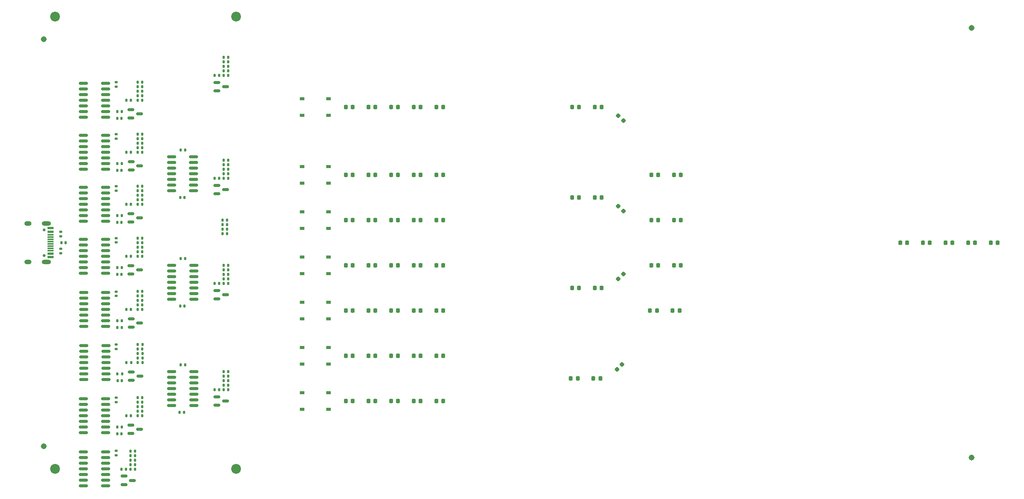
<source format=gbr>
%TF.GenerationSoftware,KiCad,Pcbnew,(6.0.9)*%
%TF.CreationDate,2022-11-25T00:28:20+02:00*%
%TF.ProjectId,maru-logic,6d617275-2d6c-46f6-9769-632e6b696361,rev?*%
%TF.SameCoordinates,Original*%
%TF.FileFunction,Soldermask,Top*%
%TF.FilePolarity,Negative*%
%FSLAX46Y46*%
G04 Gerber Fmt 4.6, Leading zero omitted, Abs format (unit mm)*
G04 Created by KiCad (PCBNEW (6.0.9)) date 2022-11-25 00:28:20*
%MOMM*%
%LPD*%
G01*
G04 APERTURE LIST*
G04 Aperture macros list*
%AMRoundRect*
0 Rectangle with rounded corners*
0 $1 Rounding radius*
0 $2 $3 $4 $5 $6 $7 $8 $9 X,Y pos of 4 corners*
0 Add a 4 corners polygon primitive as box body*
4,1,4,$2,$3,$4,$5,$6,$7,$8,$9,$2,$3,0*
0 Add four circle primitives for the rounded corners*
1,1,$1+$1,$2,$3*
1,1,$1+$1,$4,$5*
1,1,$1+$1,$6,$7*
1,1,$1+$1,$8,$9*
0 Add four rect primitives between the rounded corners*
20,1,$1+$1,$2,$3,$4,$5,0*
20,1,$1+$1,$4,$5,$6,$7,0*
20,1,$1+$1,$6,$7,$8,$9,0*
20,1,$1+$1,$8,$9,$2,$3,0*%
G04 Aperture macros list end*
%ADD10C,1.310000*%
%ADD11RoundRect,0.218750X-0.218750X-0.256250X0.218750X-0.256250X0.218750X0.256250X-0.218750X0.256250X0*%
%ADD12RoundRect,0.218750X-0.335876X-0.026517X-0.026517X-0.335876X0.335876X0.026517X0.026517X0.335876X0*%
%ADD13RoundRect,0.218750X0.026517X-0.335876X0.335876X-0.026517X-0.026517X0.335876X-0.335876X0.026517X0*%
%ADD14RoundRect,0.135000X0.135000X0.185000X-0.135000X0.185000X-0.135000X-0.185000X0.135000X-0.185000X0*%
%ADD15RoundRect,0.140000X-0.140000X-0.170000X0.140000X-0.170000X0.140000X0.170000X-0.140000X0.170000X0*%
%ADD16RoundRect,0.150000X-0.587500X-0.150000X0.587500X-0.150000X0.587500X0.150000X-0.587500X0.150000X0*%
%ADD17R,1.000000X0.750000*%
%ADD18C,0.650000*%
%ADD19R,1.450000X0.600000*%
%ADD20R,1.450000X0.300000*%
%ADD21O,1.600000X1.000000*%
%ADD22O,2.100000X1.000000*%
%ADD23RoundRect,0.140000X0.140000X0.170000X-0.140000X0.170000X-0.140000X-0.170000X0.140000X-0.170000X0*%
%ADD24RoundRect,0.150000X-0.825000X-0.150000X0.825000X-0.150000X0.825000X0.150000X-0.825000X0.150000X0*%
%ADD25RoundRect,0.135000X-0.135000X-0.185000X0.135000X-0.185000X0.135000X0.185000X-0.135000X0.185000X0*%
%ADD26C,2.200000*%
%ADD27RoundRect,0.140000X-0.170000X0.140000X-0.170000X-0.140000X0.170000X-0.140000X0.170000X0.140000X0*%
%ADD28RoundRect,0.135000X0.185000X-0.135000X0.185000X0.135000X-0.185000X0.135000X-0.185000X-0.135000X0*%
%ADD29RoundRect,0.135000X-0.185000X0.135000X-0.185000X-0.135000X0.185000X-0.135000X0.185000X0.135000X0*%
G04 APERTURE END LIST*
D10*
%TO.C,H6*%
X48260000Y-20320000D03*
%TD*%
%TO.C,H5*%
X256540000Y-17780000D03*
%TD*%
%TO.C,H2*%
X48260000Y-111760000D03*
%TD*%
%TO.C,H1*%
X256540000Y-114300000D03*
%TD*%
D11*
%TO.C,D60*%
X136372500Y-81280000D03*
X137947500Y-81280000D03*
%TD*%
%TO.C,D59*%
X131292500Y-81280000D03*
X132867500Y-81280000D03*
%TD*%
%TO.C,D58*%
X126212500Y-81280000D03*
X127787500Y-81280000D03*
%TD*%
%TO.C,D57*%
X121132500Y-81280000D03*
X122707500Y-81280000D03*
%TD*%
%TO.C,D56*%
X116052500Y-81280000D03*
X117627500Y-81280000D03*
%TD*%
%TO.C,D55*%
X136372500Y-71120000D03*
X137947500Y-71120000D03*
%TD*%
%TO.C,D54*%
X131292500Y-71120000D03*
X132867500Y-71120000D03*
%TD*%
%TO.C,D53*%
X126212500Y-71120000D03*
X127787500Y-71120000D03*
%TD*%
%TO.C,D52*%
X121132500Y-71120000D03*
X122707500Y-71120000D03*
%TD*%
%TO.C,D51*%
X116052500Y-71120000D03*
X117627500Y-71120000D03*
%TD*%
%TO.C,D50*%
X136372500Y-60960000D03*
X137947500Y-60960000D03*
%TD*%
%TO.C,D49*%
X131292500Y-60960000D03*
X132867500Y-60960000D03*
%TD*%
%TO.C,D48*%
X126212500Y-60960000D03*
X127787500Y-60960000D03*
%TD*%
%TO.C,D47*%
X121132500Y-60960000D03*
X122707500Y-60960000D03*
%TD*%
%TO.C,D46*%
X116052500Y-60960000D03*
X117627500Y-60960000D03*
%TD*%
%TO.C,D45*%
X136372500Y-50800000D03*
X137947500Y-50800000D03*
%TD*%
%TO.C,D44*%
X131292500Y-50800000D03*
X132867500Y-50800000D03*
%TD*%
%TO.C,D43*%
X126212500Y-50800000D03*
X127787500Y-50800000D03*
%TD*%
%TO.C,D42*%
X121132500Y-50800000D03*
X122707500Y-50800000D03*
%TD*%
%TO.C,D41*%
X116052500Y-50800000D03*
X117627500Y-50800000D03*
%TD*%
%TO.C,D40*%
X136372500Y-101600000D03*
X137947500Y-101600000D03*
%TD*%
%TO.C,D39*%
X131292500Y-101600000D03*
X132867500Y-101600000D03*
%TD*%
%TO.C,D38*%
X126212500Y-101600000D03*
X127787500Y-101600000D03*
%TD*%
%TO.C,D37*%
X121132500Y-101600000D03*
X122707500Y-101600000D03*
%TD*%
%TO.C,D36*%
X116052500Y-101600000D03*
X117627500Y-101600000D03*
%TD*%
%TO.C,D35*%
X136372500Y-91440000D03*
X137947500Y-91440000D03*
%TD*%
%TO.C,D34*%
X131292500Y-91440000D03*
X132867500Y-91440000D03*
%TD*%
%TO.C,D33*%
X126212500Y-91440000D03*
X127787500Y-91440000D03*
%TD*%
%TO.C,D32*%
X121132500Y-91440000D03*
X122707500Y-91440000D03*
%TD*%
%TO.C,D31*%
X116052500Y-91440000D03*
X117627500Y-91440000D03*
%TD*%
%TO.C,D30*%
X136372500Y-35560000D03*
X137947500Y-35560000D03*
%TD*%
%TO.C,D29*%
X131292500Y-35560000D03*
X132867500Y-35560000D03*
%TD*%
%TO.C,D28*%
X126212500Y-35560000D03*
X127787500Y-35560000D03*
%TD*%
%TO.C,D27*%
X121132500Y-35560000D03*
X122707500Y-35560000D03*
%TD*%
%TO.C,D26*%
X116052500Y-35560000D03*
X117627500Y-35560000D03*
%TD*%
%TO.C,D25*%
X260832500Y-66040000D03*
X262407500Y-66040000D03*
%TD*%
%TO.C,D24*%
X255752500Y-66040000D03*
X257327500Y-66040000D03*
%TD*%
%TO.C,D23*%
X250672500Y-66040000D03*
X252247500Y-66040000D03*
%TD*%
%TO.C,D22*%
X245592500Y-66040000D03*
X247167500Y-66040000D03*
%TD*%
%TO.C,D21*%
X240512500Y-66040000D03*
X242087500Y-66040000D03*
%TD*%
%TO.C,D20*%
X189712500Y-50800000D03*
X191287500Y-50800000D03*
%TD*%
%TO.C,D19*%
X184632500Y-50800000D03*
X186207500Y-50800000D03*
%TD*%
D12*
%TO.C,D18*%
X177243153Y-37543153D03*
X178356847Y-38656847D03*
%TD*%
D11*
%TO.C,D17*%
X171932500Y-35560000D03*
X173507500Y-35560000D03*
%TD*%
%TO.C,D16*%
X166852500Y-35560000D03*
X168427500Y-35560000D03*
%TD*%
%TO.C,D15*%
X189712500Y-71120000D03*
X191287500Y-71120000D03*
%TD*%
%TO.C,D14*%
X184632500Y-71120000D03*
X186207500Y-71120000D03*
%TD*%
D13*
%TO.C,D13*%
X177243153Y-74216847D03*
X178356847Y-73103153D03*
%TD*%
D11*
%TO.C,D12*%
X171932500Y-76200000D03*
X173507500Y-76200000D03*
%TD*%
%TO.C,D11*%
X166852500Y-76200000D03*
X168427500Y-76200000D03*
%TD*%
%TO.C,D10*%
X189712500Y-60960000D03*
X191287500Y-60960000D03*
%TD*%
%TO.C,D9*%
X184632500Y-60960000D03*
X186207500Y-60960000D03*
%TD*%
D12*
%TO.C,D8*%
X177243153Y-57863153D03*
X178356847Y-58976847D03*
%TD*%
D11*
%TO.C,D7*%
X171932500Y-55880000D03*
X173507500Y-55880000D03*
%TD*%
%TO.C,D6*%
X166852500Y-55880000D03*
X168427500Y-55880000D03*
%TD*%
%TO.C,D5*%
X189433000Y-81280000D03*
X191008000Y-81280000D03*
%TD*%
%TO.C,D4*%
X184353000Y-81280000D03*
X185928000Y-81280000D03*
%TD*%
D13*
%TO.C,D3*%
X176963653Y-94536847D03*
X178077347Y-93423153D03*
%TD*%
D11*
%TO.C,D2*%
X171653000Y-96520000D03*
X173228000Y-96520000D03*
%TD*%
%TO.C,D1*%
X166573000Y-96520000D03*
X168148000Y-96520000D03*
%TD*%
D14*
%TO.C,R15*%
X89631000Y-98044000D03*
X88611000Y-98044000D03*
%TD*%
%TO.C,R56*%
X70325000Y-104902000D03*
X69305000Y-104902000D03*
%TD*%
D15*
%TO.C,C19*%
X64763000Y-108966000D03*
X65723000Y-108966000D03*
%TD*%
D14*
%TO.C,R30*%
X89629000Y-71120000D03*
X88609000Y-71120000D03*
%TD*%
D16*
%TO.C,Q11*%
X67861500Y-71186000D03*
X67861500Y-73086000D03*
X69736500Y-72136000D03*
%TD*%
D17*
%TO.C,SW1*%
X112220000Y-33685000D03*
X106220000Y-33685000D03*
X106220000Y-37435000D03*
X112220000Y-37435000D03*
%TD*%
D18*
%TO.C,J1*%
X48365000Y-68930000D03*
X48365000Y-63150000D03*
D19*
X49810000Y-62790000D03*
X49810000Y-63590000D03*
D20*
X49810000Y-64790000D03*
X49810000Y-65790000D03*
X49810000Y-66290000D03*
X49810000Y-67290000D03*
D19*
X49810000Y-68490000D03*
X49810000Y-69290000D03*
X49810000Y-69290000D03*
X49810000Y-68490000D03*
D20*
X49810000Y-67790000D03*
X49810000Y-66790000D03*
X49810000Y-65290000D03*
X49810000Y-64290000D03*
D19*
X49810000Y-63590000D03*
X49810000Y-62790000D03*
D21*
X44715000Y-70360000D03*
D22*
X48895000Y-70360000D03*
D21*
X44715000Y-61720000D03*
D22*
X48895000Y-61720000D03*
%TD*%
D14*
%TO.C,R27*%
X89629000Y-74168000D03*
X88609000Y-74168000D03*
%TD*%
%TO.C,R8*%
X65753000Y-107442000D03*
X64733000Y-107442000D03*
%TD*%
%TO.C,R64*%
X70327000Y-43688000D03*
X69307000Y-43688000D03*
%TD*%
D23*
%TO.C,C12*%
X79728000Y-104140000D03*
X78768000Y-104140000D03*
%TD*%
D24*
%TO.C,U4*%
X57175701Y-113034299D03*
X57175701Y-114304299D03*
X57175701Y-115574299D03*
X57175701Y-116844299D03*
X57175701Y-118114299D03*
X57175701Y-119384299D03*
X57175701Y-120654299D03*
X62125701Y-120654299D03*
X62125701Y-119384299D03*
X62125701Y-118114299D03*
X62125701Y-116844299D03*
X62125701Y-115574299D03*
X62125701Y-114304299D03*
X62125701Y-113034299D03*
%TD*%
D14*
%TO.C,R77*%
X70323000Y-66040000D03*
X69303000Y-66040000D03*
%TD*%
D25*
%TO.C,R49*%
X66843500Y-92964000D03*
X67863500Y-92964000D03*
%TD*%
D26*
%TO.C,H3*%
X50800000Y-15240000D03*
%TD*%
D14*
%TO.C,R62*%
X70327000Y-45720000D03*
X69307000Y-45720000D03*
%TD*%
%TO.C,R46*%
X70325000Y-32004000D03*
X69305000Y-32004000D03*
%TD*%
D27*
%TO.C,C9*%
X64516000Y-77018000D03*
X64516000Y-77978000D03*
%TD*%
D14*
%TO.C,R9*%
X65755000Y-48260000D03*
X64735000Y-48260000D03*
%TD*%
D15*
%TO.C,C18*%
X64841500Y-97028000D03*
X65801500Y-97028000D03*
%TD*%
D16*
%TO.C,Q3*%
X87165500Y-76774000D03*
X87165500Y-78674000D03*
X89040500Y-77724000D03*
%TD*%
D15*
%TO.C,C22*%
X64763000Y-73152000D03*
X65723000Y-73152000D03*
%TD*%
D14*
%TO.C,R50*%
X70403500Y-92964000D03*
X69383500Y-92964000D03*
%TD*%
D25*
%TO.C,R61*%
X66767000Y-45720000D03*
X67787000Y-45720000D03*
%TD*%
D14*
%TO.C,R24*%
X89629000Y-47498000D03*
X88609000Y-47498000D03*
%TD*%
%TO.C,R2*%
X89410000Y-62992000D03*
X88390000Y-62992000D03*
%TD*%
D28*
%TO.C,R5*%
X52070000Y-68455000D03*
X52070000Y-67435000D03*
%TD*%
D26*
%TO.C,H7*%
X91440000Y-15240000D03*
%TD*%
D14*
%TO.C,R80*%
X70357500Y-81026000D03*
X69337500Y-81026000D03*
%TD*%
D27*
%TO.C,C14*%
X64516000Y-112804000D03*
X64516000Y-113764000D03*
%TD*%
D14*
%TO.C,R54*%
X70403500Y-88900000D03*
X69383500Y-88900000D03*
%TD*%
%TO.C,R6*%
X65753000Y-36576000D03*
X64733000Y-36576000D03*
%TD*%
D25*
%TO.C,R1*%
X88390000Y-61976000D03*
X89410000Y-61976000D03*
%TD*%
D14*
%TO.C,R78*%
X70325000Y-65024000D03*
X69305000Y-65024000D03*
%TD*%
D27*
%TO.C,C5*%
X64516000Y-53368000D03*
X64516000Y-54328000D03*
%TD*%
D23*
%TO.C,C16*%
X79855000Y-80264000D03*
X78895000Y-80264000D03*
%TD*%
D14*
%TO.C,R28*%
X89629000Y-73152000D03*
X88609000Y-73152000D03*
%TD*%
%TO.C,R74*%
X70325000Y-69088000D03*
X69305000Y-69088000D03*
%TD*%
%TO.C,R58*%
X70325000Y-102870000D03*
X69305000Y-102870000D03*
%TD*%
%TO.C,R84*%
X70357500Y-76962000D03*
X69337500Y-76962000D03*
%TD*%
%TO.C,R45*%
X70325000Y-33020000D03*
X69305000Y-33020000D03*
%TD*%
%TO.C,R57*%
X70325000Y-103886000D03*
X69305000Y-103886000D03*
%TD*%
D16*
%TO.C,Q12*%
X67894000Y-83124000D03*
X67894000Y-85024000D03*
X69769000Y-84074000D03*
%TD*%
D14*
%TO.C,R20*%
X89629000Y-51562000D03*
X88609000Y-51562000D03*
%TD*%
D15*
%TO.C,C17*%
X64763000Y-38100000D03*
X65723000Y-38100000D03*
%TD*%
D25*
%TO.C,R67*%
X66765000Y-57404000D03*
X67785000Y-57404000D03*
%TD*%
D23*
%TO.C,C8*%
X79855000Y-55880000D03*
X78895000Y-55880000D03*
%TD*%
D14*
%TO.C,R51*%
X70403500Y-91948000D03*
X69383500Y-91948000D03*
%TD*%
D16*
%TO.C,Q1*%
X87165500Y-100650000D03*
X87165500Y-102550000D03*
X89040500Y-101600000D03*
%TD*%
D15*
%TO.C,C21*%
X64763000Y-61468000D03*
X65723000Y-61468000D03*
%TD*%
D14*
%TO.C,R42*%
X68718201Y-112846299D03*
X67698201Y-112846299D03*
%TD*%
D29*
%TO.C,R4*%
X52070000Y-63625000D03*
X52070000Y-64645000D03*
%TD*%
D17*
%TO.C,SW3*%
X106220000Y-99725000D03*
X112220000Y-99725000D03*
X112220000Y-103475000D03*
X106220000Y-103475000D03*
%TD*%
D24*
%TO.C,U9*%
X57180000Y-53594000D03*
X57180000Y-54864000D03*
X57180000Y-56134000D03*
X57180000Y-57404000D03*
X57180000Y-58674000D03*
X57180000Y-59944000D03*
X57180000Y-61214000D03*
X62130000Y-61214000D03*
X62130000Y-59944000D03*
X62130000Y-58674000D03*
X62130000Y-57404000D03*
X62130000Y-56134000D03*
X62130000Y-54864000D03*
X62130000Y-53594000D03*
%TD*%
D14*
%TO.C,R41*%
X68718201Y-113862299D03*
X67698201Y-113862299D03*
%TD*%
%TO.C,R39*%
X68718201Y-115894299D03*
X67698201Y-115894299D03*
%TD*%
%TO.C,R40*%
X68718201Y-114878299D03*
X67698201Y-114878299D03*
%TD*%
D23*
%TO.C,C11*%
X79982000Y-45212000D03*
X79022000Y-45212000D03*
%TD*%
D27*
%TO.C,C10*%
X64516000Y-88928000D03*
X64516000Y-89888000D03*
%TD*%
D17*
%TO.C,SW6*%
X112220000Y-69245000D03*
X106220000Y-69245000D03*
X112220000Y-72995000D03*
X106220000Y-72995000D03*
%TD*%
D14*
%TO.C,R11*%
X65753000Y-71628000D03*
X64733000Y-71628000D03*
%TD*%
D24*
%TO.C,U3*%
X76992000Y-94996000D03*
X76992000Y-96266000D03*
X76992000Y-97536000D03*
X76992000Y-98806000D03*
X76992000Y-100076000D03*
X76992000Y-101346000D03*
X76992000Y-102616000D03*
X81942000Y-102616000D03*
X81942000Y-101346000D03*
X81942000Y-100076000D03*
X81942000Y-98806000D03*
X81942000Y-97536000D03*
X81942000Y-96266000D03*
X81942000Y-94996000D03*
%TD*%
D14*
%TO.C,R72*%
X70325000Y-53340000D03*
X69305000Y-53340000D03*
%TD*%
%TO.C,R65*%
X70325000Y-42672000D03*
X69305000Y-42672000D03*
%TD*%
%TO.C,R68*%
X70325000Y-57404000D03*
X69305000Y-57404000D03*
%TD*%
%TO.C,R82*%
X70357500Y-78994000D03*
X69337500Y-78994000D03*
%TD*%
D15*
%TO.C,C23*%
X64795500Y-85090000D03*
X65755500Y-85090000D03*
%TD*%
%TO.C,C20*%
X64765000Y-49784000D03*
X65725000Y-49784000D03*
%TD*%
D17*
%TO.C,SW2*%
X112220000Y-89565000D03*
X106220000Y-89565000D03*
X106220000Y-93315000D03*
X112220000Y-93315000D03*
%TD*%
D16*
%TO.C,Q6*%
X67861500Y-36134000D03*
X67861500Y-38034000D03*
X69736500Y-37084000D03*
%TD*%
D14*
%TO.C,R59*%
X70323000Y-101854000D03*
X69303000Y-101854000D03*
%TD*%
D16*
%TO.C,Q9*%
X67863500Y-47818000D03*
X67863500Y-49718000D03*
X69738500Y-48768000D03*
%TD*%
D24*
%TO.C,U10*%
X57180000Y-65278000D03*
X57180000Y-66548000D03*
X57180000Y-67818000D03*
X57180000Y-69088000D03*
X57180000Y-70358000D03*
X57180000Y-71628000D03*
X57180000Y-72898000D03*
X62130000Y-72898000D03*
X62130000Y-71628000D03*
X62130000Y-70358000D03*
X62130000Y-69088000D03*
X62130000Y-67818000D03*
X62130000Y-66548000D03*
X62130000Y-65278000D03*
%TD*%
D14*
%TO.C,R60*%
X70325000Y-100838000D03*
X69305000Y-100838000D03*
%TD*%
%TO.C,R76*%
X70325000Y-67056000D03*
X69305000Y-67056000D03*
%TD*%
%TO.C,R7*%
X65831500Y-95504000D03*
X64811500Y-95504000D03*
%TD*%
D15*
%TO.C,C4*%
X88420000Y-60960000D03*
X89380000Y-60960000D03*
%TD*%
D25*
%TO.C,R19*%
X86577000Y-51562000D03*
X87597000Y-51562000D03*
%TD*%
D14*
%TO.C,R52*%
X70403500Y-90932000D03*
X69383500Y-90932000D03*
%TD*%
%TO.C,R83*%
X70355500Y-77978000D03*
X69335500Y-77978000D03*
%TD*%
D25*
%TO.C,R55*%
X66765000Y-104902000D03*
X67785000Y-104902000D03*
%TD*%
D14*
%TO.C,R18*%
X89627000Y-94996000D03*
X88607000Y-94996000D03*
%TD*%
D17*
%TO.C,SW7*%
X106220000Y-79405000D03*
X112220000Y-79405000D03*
X106220000Y-83155000D03*
X112220000Y-83155000D03*
%TD*%
%TO.C,SW5*%
X106220000Y-59085000D03*
X112220000Y-59085000D03*
X106220000Y-62835000D03*
X112220000Y-62835000D03*
%TD*%
D14*
%TO.C,R33*%
X89631000Y-27432000D03*
X88611000Y-27432000D03*
%TD*%
%TO.C,R48*%
X70325000Y-29972000D03*
X69305000Y-29972000D03*
%TD*%
D25*
%TO.C,R73*%
X66765000Y-69088000D03*
X67785000Y-69088000D03*
%TD*%
%TO.C,R37*%
X65666201Y-116910299D03*
X66686201Y-116910299D03*
%TD*%
D14*
%TO.C,R44*%
X70325000Y-34036000D03*
X69305000Y-34036000D03*
%TD*%
D16*
%TO.C,Q5*%
X66254701Y-118500299D03*
X66254701Y-120400299D03*
X68129701Y-119450299D03*
%TD*%
D14*
%TO.C,R34*%
X89629000Y-26416000D03*
X88609000Y-26416000D03*
%TD*%
%TO.C,R47*%
X70323000Y-30988000D03*
X69303000Y-30988000D03*
%TD*%
D24*
%TO.C,U8*%
X57182000Y-41910000D03*
X57182000Y-43180000D03*
X57182000Y-44450000D03*
X57182000Y-45720000D03*
X57182000Y-46990000D03*
X57182000Y-48260000D03*
X57182000Y-49530000D03*
X62132000Y-49530000D03*
X62132000Y-48260000D03*
X62132000Y-46990000D03*
X62132000Y-45720000D03*
X62132000Y-44450000D03*
X62132000Y-43180000D03*
X62132000Y-41910000D03*
%TD*%
D26*
%TO.C,H8*%
X91440000Y-116840000D03*
%TD*%
D27*
%TO.C,C13*%
X64516000Y-100866000D03*
X64516000Y-101826000D03*
%TD*%
D17*
%TO.C,SW4*%
X112220000Y-48925000D03*
X106220000Y-48925000D03*
X106220000Y-52675000D03*
X112220000Y-52675000D03*
%TD*%
D25*
%TO.C,R31*%
X86577000Y-28448000D03*
X87597000Y-28448000D03*
%TD*%
D14*
%TO.C,R12*%
X65785500Y-83566000D03*
X64765500Y-83566000D03*
%TD*%
%TO.C,R69*%
X70325000Y-56388000D03*
X69305000Y-56388000D03*
%TD*%
%TO.C,R63*%
X70327000Y-44704000D03*
X69307000Y-44704000D03*
%TD*%
%TO.C,R53*%
X70401500Y-89916000D03*
X69381500Y-89916000D03*
%TD*%
D23*
%TO.C,C15*%
X53185000Y-66040000D03*
X52225000Y-66040000D03*
%TD*%
D24*
%TO.C,U1*%
X76927000Y-46736000D03*
X76927000Y-48006000D03*
X76927000Y-49276000D03*
X76927000Y-50546000D03*
X76927000Y-51816000D03*
X76927000Y-53086000D03*
X76927000Y-54356000D03*
X81877000Y-54356000D03*
X81877000Y-53086000D03*
X81877000Y-51816000D03*
X81877000Y-50546000D03*
X81877000Y-49276000D03*
X81877000Y-48006000D03*
X81877000Y-46736000D03*
%TD*%
D14*
%TO.C,R14*%
X89631000Y-99060000D03*
X88611000Y-99060000D03*
%TD*%
%TO.C,R38*%
X68718201Y-116910299D03*
X67698201Y-116910299D03*
%TD*%
%TO.C,R32*%
X89631000Y-28448000D03*
X88611000Y-28448000D03*
%TD*%
D27*
%TO.C,C2*%
X64516000Y-41684000D03*
X64516000Y-42644000D03*
%TD*%
D23*
%TO.C,C7*%
X79982000Y-69596000D03*
X79022000Y-69596000D03*
%TD*%
D16*
%TO.C,Q10*%
X67861500Y-59502000D03*
X67861500Y-61402000D03*
X69736500Y-60452000D03*
%TD*%
D14*
%TO.C,R81*%
X70357500Y-80010000D03*
X69337500Y-80010000D03*
%TD*%
%TO.C,R17*%
X89629000Y-96012000D03*
X88609000Y-96012000D03*
%TD*%
D25*
%TO.C,R13*%
X86575000Y-99060000D03*
X87595000Y-99060000D03*
%TD*%
D24*
%TO.C,U7*%
X57180000Y-101092000D03*
X57180000Y-102362000D03*
X57180000Y-103632000D03*
X57180000Y-104902000D03*
X57180000Y-106172000D03*
X57180000Y-107442000D03*
X57180000Y-108712000D03*
X62130000Y-108712000D03*
X62130000Y-107442000D03*
X62130000Y-106172000D03*
X62130000Y-104902000D03*
X62130000Y-103632000D03*
X62130000Y-102362000D03*
X62130000Y-101092000D03*
%TD*%
%TO.C,U11*%
X57212500Y-77216000D03*
X57212500Y-78486000D03*
X57212500Y-79756000D03*
X57212500Y-81026000D03*
X57212500Y-82296000D03*
X57212500Y-83566000D03*
X57212500Y-84836000D03*
X62162500Y-84836000D03*
X62162500Y-83566000D03*
X62162500Y-82296000D03*
X62162500Y-81026000D03*
X62162500Y-79756000D03*
X62162500Y-78486000D03*
X62162500Y-77216000D03*
%TD*%
D16*
%TO.C,Q7*%
X67940000Y-95062000D03*
X67940000Y-96962000D03*
X69815000Y-96012000D03*
%TD*%
D14*
%TO.C,R36*%
X89627000Y-24384000D03*
X88607000Y-24384000D03*
%TD*%
D16*
%TO.C,Q8*%
X67861500Y-107000000D03*
X67861500Y-108900000D03*
X69736500Y-107950000D03*
%TD*%
D14*
%TO.C,R16*%
X89629000Y-97028000D03*
X88609000Y-97028000D03*
%TD*%
%TO.C,R66*%
X70327000Y-41656000D03*
X69307000Y-41656000D03*
%TD*%
D27*
%TO.C,C6*%
X64516000Y-65023999D03*
X64516000Y-65983999D03*
%TD*%
D26*
%TO.C,H4*%
X50800000Y-116840000D03*
%TD*%
D24*
%TO.C,U2*%
X76992000Y-71120000D03*
X76992000Y-72390000D03*
X76992000Y-73660000D03*
X76992000Y-74930000D03*
X76992000Y-76200000D03*
X76992000Y-77470000D03*
X76992000Y-78740000D03*
X81942000Y-78740000D03*
X81942000Y-77470000D03*
X81942000Y-76200000D03*
X81942000Y-74930000D03*
X81942000Y-73660000D03*
X81942000Y-72390000D03*
X81942000Y-71120000D03*
%TD*%
D14*
%TO.C,R29*%
X89629000Y-72136000D03*
X88609000Y-72136000D03*
%TD*%
D27*
%TO.C,C1*%
X64516000Y-30000000D03*
X64516000Y-30960000D03*
%TD*%
D14*
%TO.C,R35*%
X89629000Y-25400000D03*
X88609000Y-25400000D03*
%TD*%
D16*
%TO.C,Q2*%
X87165500Y-53152000D03*
X87165500Y-55052000D03*
X89040500Y-54102000D03*
%TD*%
D14*
%TO.C,R21*%
X89629000Y-50546000D03*
X88609000Y-50546000D03*
%TD*%
D23*
%TO.C,C3*%
X79982000Y-93472000D03*
X79022000Y-93472000D03*
%TD*%
D14*
%TO.C,R71*%
X70323000Y-54356000D03*
X69303000Y-54356000D03*
%TD*%
%TO.C,R23*%
X89629000Y-48514000D03*
X88609000Y-48514000D03*
%TD*%
D25*
%TO.C,R43*%
X66765000Y-34036000D03*
X67785000Y-34036000D03*
%TD*%
D14*
%TO.C,R10*%
X65753000Y-59944000D03*
X64733000Y-59944000D03*
%TD*%
%TO.C,R26*%
X89629000Y-75184000D03*
X88609000Y-75184000D03*
%TD*%
D25*
%TO.C,R3*%
X88390000Y-64008000D03*
X89410000Y-64008000D03*
%TD*%
D14*
%TO.C,R75*%
X70325000Y-68072000D03*
X69305000Y-68072000D03*
%TD*%
D24*
%TO.C,U5*%
X57180000Y-30226000D03*
X57180000Y-31496000D03*
X57180000Y-32766000D03*
X57180000Y-34036000D03*
X57180000Y-35306000D03*
X57180000Y-36576000D03*
X57180000Y-37846000D03*
X62130000Y-37846000D03*
X62130000Y-36576000D03*
X62130000Y-35306000D03*
X62130000Y-34036000D03*
X62130000Y-32766000D03*
X62130000Y-31496000D03*
X62130000Y-30226000D03*
%TD*%
D16*
%TO.C,Q4*%
X87165500Y-30038000D03*
X87165500Y-31938000D03*
X89040500Y-30988000D03*
%TD*%
D24*
%TO.C,U6*%
X57258500Y-89154000D03*
X57258500Y-90424000D03*
X57258500Y-91694000D03*
X57258500Y-92964000D03*
X57258500Y-94234000D03*
X57258500Y-95504000D03*
X57258500Y-96774000D03*
X62208500Y-96774000D03*
X62208500Y-95504000D03*
X62208500Y-94234000D03*
X62208500Y-92964000D03*
X62208500Y-91694000D03*
X62208500Y-90424000D03*
X62208500Y-89154000D03*
%TD*%
D25*
%TO.C,R25*%
X86577000Y-75184000D03*
X87597000Y-75184000D03*
%TD*%
D14*
%TO.C,R22*%
X89629000Y-49530000D03*
X88609000Y-49530000D03*
%TD*%
%TO.C,R70*%
X70325000Y-55372000D03*
X69305000Y-55372000D03*
%TD*%
D25*
%TO.C,R79*%
X66797500Y-81026000D03*
X67817500Y-81026000D03*
%TD*%
M02*

</source>
